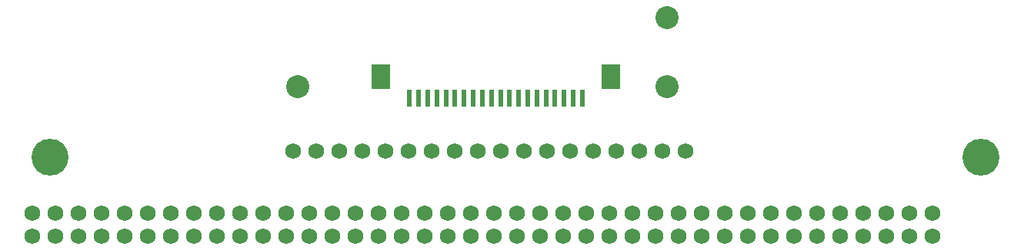
<source format=gbr>
G04 #@! TF.FileFunction,Soldermask,Top*
%FSLAX46Y46*%
G04 Gerber Fmt 4.6, Leading zero omitted, Abs format (unit mm)*
G04 Created by KiCad (PCBNEW 4.0.4-stable) date 08/04/17 17:34:58*
%MOMM*%
%LPD*%
G01*
G04 APERTURE LIST*
%ADD10C,0.100000*%
%ADD11C,4.064000*%
%ADD12C,2.540000*%
%ADD13R,0.600000X1.900000*%
%ADD14R,2.100000X2.800000*%
%ADD15C,1.727200*%
G04 APERTURE END LIST*
D10*
D11*
X54000000Y10000000D03*
D12*
X81280000Y17780000D03*
X121920000Y17780000D03*
D11*
X156500000Y10000000D03*
D12*
X121920000Y25400000D03*
D13*
X112600000Y16510000D03*
X111600000Y16510000D03*
X110600000Y16510000D03*
X109600000Y16510000D03*
X108600000Y16510000D03*
X107600000Y16510000D03*
X106600000Y16510000D03*
X105600000Y16510000D03*
X104600000Y16510000D03*
X103600000Y16510000D03*
X102600000Y16510000D03*
X101600000Y16510000D03*
X100600000Y16510000D03*
X99600000Y16510000D03*
X98600000Y16510000D03*
X97600000Y16510000D03*
D14*
X90450000Y18860000D03*
X115750000Y18860000D03*
D13*
X96600000Y16510000D03*
X95600000Y16510000D03*
X94600000Y16510000D03*
X93600000Y16510000D03*
D15*
X69850000Y1270000D03*
X77470000Y1270000D03*
X120650000Y1270000D03*
X59690000Y1270000D03*
X52070000Y1270000D03*
X54610000Y1270000D03*
X57150000Y1270000D03*
X62230000Y1270000D03*
X72390000Y1270000D03*
X64770000Y1270000D03*
X67310000Y1270000D03*
X74930000Y1270000D03*
X85090000Y1270000D03*
X80010000Y1270000D03*
X82550000Y1270000D03*
X87630000Y1270000D03*
X97790000Y1270000D03*
X90170000Y1270000D03*
X92710000Y1270000D03*
X95250000Y1270000D03*
X100330000Y1270000D03*
X110490000Y1270000D03*
X102870000Y1270000D03*
X105410000Y1270000D03*
X107950000Y1270000D03*
X113030000Y1270000D03*
X123190000Y1270000D03*
X115570000Y1270000D03*
X118110000Y1270000D03*
X125730000Y1270000D03*
X135890000Y1270000D03*
X128270000Y1270000D03*
X130810000Y1270000D03*
X133350000Y1270000D03*
X138430000Y1270000D03*
X148590000Y1270000D03*
X140970000Y1270000D03*
X143510000Y1270000D03*
X146050000Y1270000D03*
X151130000Y1270000D03*
X133350000Y3810000D03*
X146050000Y3810000D03*
X128270000Y3810000D03*
X130810000Y3810000D03*
X140970000Y3810000D03*
X143510000Y3810000D03*
X135890000Y3810000D03*
X138430000Y3810000D03*
X148590000Y3810000D03*
X151130000Y3810000D03*
X82550000Y3810000D03*
X95250000Y3810000D03*
X77470000Y3810000D03*
X80010000Y3810000D03*
X90170000Y3810000D03*
X92710000Y3810000D03*
X85090000Y3810000D03*
X87630000Y3810000D03*
X97790000Y3810000D03*
X100330000Y3810000D03*
X57150000Y3810000D03*
X69850000Y3810000D03*
X52070000Y3810000D03*
X54610000Y3810000D03*
X64770000Y3810000D03*
X67310000Y3810000D03*
X59690000Y3810000D03*
X62230000Y3810000D03*
X72390000Y3810000D03*
X74930000Y3810000D03*
X107950000Y3810000D03*
X120650000Y3810000D03*
X102870000Y3810000D03*
X105410000Y3810000D03*
X115570000Y3810000D03*
X118110000Y3810000D03*
X110490000Y3810000D03*
X113030000Y3810000D03*
X123190000Y3810000D03*
X125730000Y3810000D03*
X121430553Y10703139D03*
X106190553Y10703139D03*
X103650553Y10703139D03*
X80790553Y10703139D03*
X83330553Y10703139D03*
X85870553Y10703139D03*
X113810553Y10703139D03*
X108730553Y10703139D03*
X111270553Y10703139D03*
X118890553Y10703139D03*
X116350553Y10703139D03*
X96030553Y10703139D03*
X93490553Y10703139D03*
X88410553Y10703139D03*
X90950553Y10703139D03*
X98570553Y10703139D03*
X123970553Y10703139D03*
X101110553Y10703139D03*
M02*

</source>
